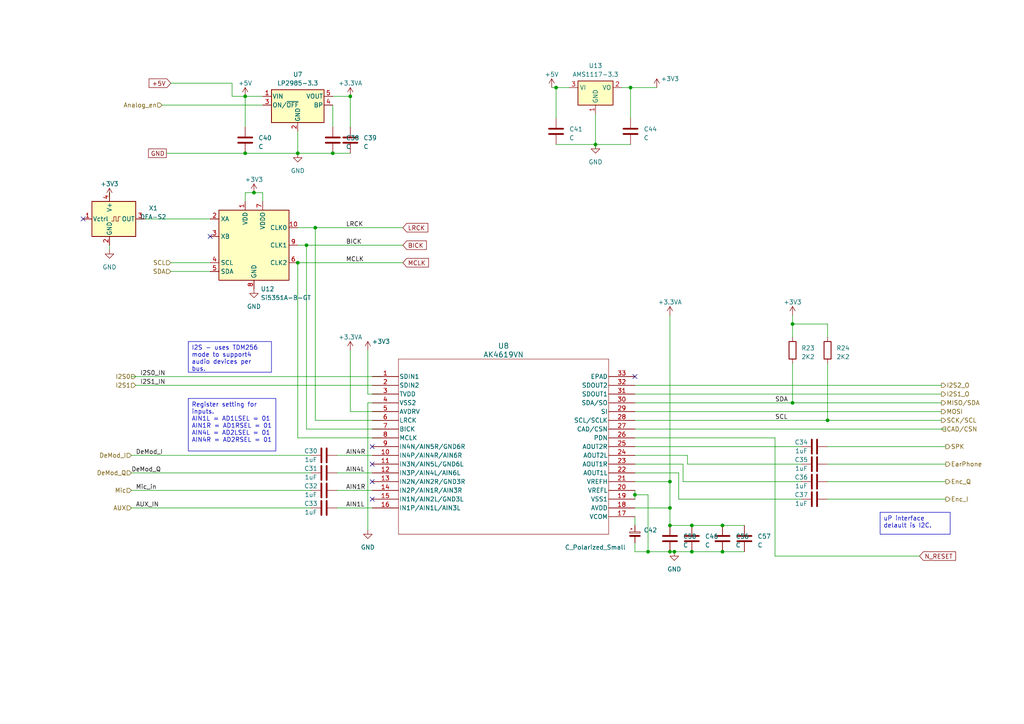
<source format=kicad_sch>
(kicad_sch (version 20230121) (generator eeschema)
  (paper "A4")
  (lib_symbols
    (symbol "AK4619VN:AK4619VN" (pin_names (offset 0.254))
      (property "Reference" "U" (at 38.1 10.16 0))
      (property "Value" "AK4619VN" (at 38.1 7.62 0))
      (symbol "AK4619VN_0_1"
        (polyline (pts (xy 7.62 -45.72) (xy 68.58 -45.72)) (stroke (width 0.127)))
        (polyline (pts (xy 7.62 5.08) (xy 7.62 -45.72)) (stroke (width 0.127)))
        (polyline (pts (xy 68.58 -45.72) (xy 68.58 5.08)) (stroke (width 0.127)))
        (polyline (pts (xy 68.58 5.08) (xy 7.62 5.08)) (stroke (width 0.127)))
        (pin unspecified line (at 0 0 0) (length 7.62) (name "SDIN1") (number "1"))
        (pin unspecified line (at 0 -22.86 0) (length 7.62) (name "IN4P/AIN4R/AIN6R") (number "10"))
        (pin unspecified line (at 0 -25.4 0) (length 7.62) (name "IN3N/AIN5L/GND6L") (number "11"))
        (pin unspecified line (at 0 -27.94 0) (length 7.62) (name "IN3P/AIN4L/AIN6L") (number "12"))
        (pin unspecified line (at 0 -30.48 0) (length 7.62) (name "IN2N/AIN2R/GND3R") (number "13"))
        (pin unspecified line (at 0 -33.02 0) (length 7.62) (name "IN2P/AIN1R/AIN3R") (number "14"))
        (pin unspecified line (at 0 -35.56 0) (length 7.62) (name "IN1N/AIN2L/GND3L") (number "15"))
        (pin unspecified line (at 0 -38.1 0) (length 7.62) (name "IN1P/AIN1L/AIN3L") (number "16"))
        (pin unspecified line (at 76.2 -40.64 180) (length 7.62) (name "VCOM") (number "17"))
        (pin unspecified line (at 76.2 -38.1 180) (length 7.62) (name "AVDD") (number "18"))
        (pin unspecified line (at 76.2 -35.56 180) (length 7.62) (name "VSS1") (number "19"))
        (pin unspecified line (at 0 -2.54 0) (length 7.62) (name "SDIN2") (number "2"))
        (pin unspecified line (at 76.2 -33.02 180) (length 7.62) (name "VREFL") (number "20"))
        (pin unspecified line (at 76.2 -30.48 180) (length 7.62) (name "VREFH") (number "21"))
        (pin unspecified line (at 76.2 -27.94 180) (length 7.62) (name "AOUT1L") (number "22"))
        (pin unspecified line (at 76.2 -25.4 180) (length 7.62) (name "AOUT1R") (number "23"))
        (pin unspecified line (at 76.2 -22.86 180) (length 7.62) (name "AOUT2L") (number "24"))
        (pin unspecified line (at 76.2 -20.32 180) (length 7.62) (name "AOUT2R") (number "25"))
        (pin unspecified line (at 76.2 -17.78 180) (length 7.62) (name "PDN") (number "26"))
        (pin unspecified line (at 76.2 -15.24 180) (length 7.62) (name "CAD/CSN") (number "27"))
        (pin unspecified line (at 76.2 -12.7 180) (length 7.62) (name "SCL/SCLK") (number "28"))
        (pin unspecified line (at 76.2 -10.16 180) (length 7.62) (name "SI") (number "29"))
        (pin unspecified line (at 0 -5.08 0) (length 7.62) (name "TVDD") (number "3"))
        (pin unspecified line (at 76.2 -7.62 180) (length 7.62) (name "SDA/SO") (number "30"))
        (pin unspecified line (at 76.2 -5.08 180) (length 7.62) (name "SDOUT1") (number "31"))
        (pin unspecified line (at 76.2 -2.54 180) (length 7.62) (name "SDOUT2") (number "32"))
        (pin unspecified line (at 76.2 0 180) (length 7.62) (name "EPAD") (number "33"))
        (pin unspecified line (at 0 -7.62 0) (length 7.62) (name "VSS2") (number "4"))
        (pin unspecified line (at 0 -10.16 0) (length 7.62) (name "AVDRV") (number "5"))
        (pin unspecified line (at 0 -12.7 0) (length 7.62) (name "LRCK") (number "6"))
        (pin unspecified line (at 0 -15.24 0) (length 7.62) (name "BICK") (number "7"))
        (pin unspecified line (at 0 -17.78 0) (length 7.62) (name "MCLK") (number "8"))
        (pin unspecified line (at 0 -20.32 0) (length 7.62) (name "IN4N/AIN5R/GND6R") (number "9"))
      )
    )
    (symbol "Device:C" (pin_numbers hide) (pin_names (offset 0.254))
      (property "Reference" "C" (at 0.635 2.54 0))
      (property "Value" "C" (at 0.635 -2.54 0))
      (symbol "C_0_1"
        (polyline (pts (xy -2.032 -0.762) (xy 2.032 -0.762)) (stroke (width 0.508)))
        (polyline (pts (xy -2.032 0.762) (xy 2.032 0.762)) (stroke (width 0.508)))
      )
      (symbol "C_1_1"
        (pin passive line (at 0 3.81 270) (length 2.794) (name "~") (number "1"))
        (pin passive line (at 0 -3.81 90) (length 2.794) (name "~") (number "2"))
      )
    )
    (symbol "Device:C_Polarized_Small" (pin_numbers hide) (pin_names (offset 0.254) hide)
      (property "Reference" "C" (at 0.254 1.778 0))
      (property "Value" "C_Polarized_Small" (at 0.254 -2.032 0))
      (symbol "C_Polarized_Small_0_1"
        (rectangle (start -1.524 -0.3048) (end 1.524 -0.6858) (fill (type outline)))
        (rectangle (start -1.524 0.6858) (end 1.524 0.3048))
        (polyline (pts (xy -1.27 1.524) (xy -0.762 1.524)))
        (polyline (pts (xy -1.016 1.27) (xy -1.016 1.778)))
      )
      (symbol "C_Polarized_Small_1_1"
        (pin passive line (at 0 2.54 270) (length 1.8542) (name "~") (number "1"))
        (pin passive line (at 0 -2.54 90) (length 1.8542) (name "~") (number "2"))
      )
    )
    (symbol "Device:R" (pin_numbers hide) (pin_names (offset 0))
      (property "Reference" "R" (at 2.032 0 90))
      (property "Value" "R" (at 0 0 90))
      (symbol "R_0_1"
        (rectangle (start -1.016 -2.54) (end 1.016 2.54) (stroke (width 0.254)))
      )
      (symbol "R_1_1"
        (pin passive line (at 0 3.81 270) (length 1.27) (name "~") (number "1"))
        (pin passive line (at 0 -3.81 90) (length 1.27) (name "~") (number "2"))
      )
    )
    (symbol "Oscillator:DFA-S2" (pin_names (offset 0.254))
      (property "Reference" "X" (at -5.08 6.35 0))
      (property "Value" "DFA-S2" (at 1.27 -6.35 0))
      (symbol "DFA-S2_0_1"
        (rectangle (start -5.08 5.08) (end 7.62 -5.08) (stroke (width 0.254)) (fill (type background)))
        (polyline (pts (xy 0.635 -0.635) (xy 1.27 -0.635) (xy 1.27 0.635) (xy 1.905 0.635) (xy 1.905 -0.635) (xy 2.54 -0.635) (xy 2.54 0.635) (xy 3.175 0.635)))
      )
      (symbol "DFA-S2_1_1"
        (pin input line (at -7.62 0 0) (length 2.54) (name "Vctrl") (number "1"))
        (pin power_in line (at 0 -7.62 90) (length 2.54) (name "GND") (number "2"))
        (pin output line (at 10.16 0 180) (length 2.54) (name "OUT") (number "3"))
        (pin power_in line (at 0 7.62 270) (length 2.54) (name "V+") (number "4"))
      )
    )
    (symbol "Oscillator:Si5351A-B-GT"
      (property "Reference" "U" (at -8.89 11.43 0))
      (property "Value" "Si5351A-B-GT" (at -12.7 -12.7 0))
      (symbol "Si5351A-B-GT_0_1"
        (rectangle (start -10.16 10.16) (end 10.16 -10.16) (stroke (width 0.254)) (fill (type background)))
      )
      (symbol "Si5351A-B-GT_1_1"
        (pin power_in line (at -2.54 12.7 270) (length 2.54) (name "VDD") (number "1"))
        (pin output line (at 12.7 5.08 180) (length 2.54) (name "CLK0") (number "10"))
        (pin input line (at -12.7 7.62 0) (length 2.54) (name "XA") (number "2"))
        (pin input line (at -12.7 2.54 0) (length 2.54) (name "XB") (number "3"))
        (pin input line (at -12.7 -5.08 0) (length 2.54) (name "SCL") (number "4"))
        (pin bidirectional line (at -12.7 -7.62 0) (length 2.54) (name "SDA") (number "5"))
        (pin output line (at 12.7 -5.08 180) (length 2.54) (name "CLK2") (number "6"))
        (pin power_in line (at 2.54 12.7 270) (length 2.54) (name "VDDO") (number "7"))
        (pin power_in line (at 0 -12.7 90) (length 2.54) (name "GND") (number "8"))
        (pin output line (at 12.7 0 180) (length 2.54) (name "CLK1") (number "9"))
      )
    )
    (symbol "Regulator_Linear:AMS1117-3.3"
      (property "Reference" "U" (at -3.81 3.175 0))
      (property "Value" "AMS1117-3.3" (at 0 3.175 0))
      (symbol "AMS1117-3.3_0_1"
        (rectangle (start -5.08 -5.08) (end 5.08 1.905) (stroke (width 0.254)) (fill (type background)))
      )
      (symbol "AMS1117-3.3_1_1"
        (pin power_in line (at 0 -7.62 90) (length 2.54) (name "GND") (number "1"))
        (pin power_out line (at 7.62 0 180) (length 2.54) (name "VO") (number "2"))
        (pin power_in line (at -7.62 0 0) (length 2.54) (name "VI") (number "3"))
      )
    )
    (symbol "Regulator_Linear:LP2985-3.3" (pin_names (offset 0.254))
      (property "Reference" "U" (at -6.35 5.715 0))
      (property "Value" "LP2985-3.3" (at 0 5.715 0))
      (symbol "LP2985-3.3_0_1"
        (rectangle (start -7.62 -5.08) (end 7.62 4.445) (stroke (width 0.254)) (fill (type background)))
      )
      (symbol "LP2985-3.3_1_1"
        (pin power_in line (at -10.16 2.54 0) (length 2.54) (name "VIN") (number "1"))
        (pin power_in line (at 0 -7.62 90) (length 2.54) (name "GND") (number "2"))
        (pin input line (at -10.16 0 0) (length 2.54) (name "ON/~{OFF}") (number "3"))
        (pin input line (at 10.16 0 180) (length 2.54) (name "BP") (number "4"))
        (pin power_out line (at 10.16 2.54 180) (length 2.54) (name "VOUT") (number "5"))
      )
    )
    (symbol "power:+3.3VA" (power) (pin_names (offset 0))
      (property "Value" "+3.3VA" (at 0 3.556 0))
      (symbol "+3.3VA_0_1"
        (polyline (pts (xy -0.762 1.27) (xy 0 2.54)))
        (polyline (pts (xy 0 0) (xy 0 2.54)))
        (polyline (pts (xy 0 2.54) (xy 0.762 1.27)))
      )
      (symbol "+3.3VA_1_1"
        (pin power_in line (at 0 0 90) (length 0) hide (name "+3.3VA") (number "1"))
      )
    )
    (symbol "power:+3V3" (power) (pin_names (offset 0))
      (property "Value" "+3V3" (at 0 3.556 0))
      (symbol "+3V3_0_1"
        (polyline (pts (xy -0.762 1.27) (xy 0 2.54)))
        (polyline (pts (xy 0 0) (xy 0 2.54)))
        (polyline (pts (xy 0 2.54) (xy 0.762 1.27)))
      )
      (symbol "+3V3_1_1"
        (pin power_in line (at 0 0 90) (length 0) hide (name "+3V3") (number "1"))
      )
    )
    (symbol "power:+5V" (power) (pin_names (offset 0))
      (property "Value" "+5V" (at 0 3.556 0))
      (symbol "+5V_0_1"
        (polyline (pts (xy -0.762 1.27) (xy 0 2.54)))
        (polyline (pts (xy 0 0) (xy 0 2.54)))
        (polyline (pts (xy 0 2.54) (xy 0.762 1.27)))
      )
      (symbol "+5V_1_1"
        (pin power_in line (at 0 0 90) (length 0) hide (name "+5V") (number "1"))
      )
    )
    (symbol "power:GND" (power) (pin_names (offset 0))
      (property "Value" "GND" (at 0 -3.81 0))
      (symbol "GND_0_1"
        (polyline (pts (xy 0 0) (xy 0 -1.27) (xy 1.27 -1.27) (xy 0 -2.54) (xy -1.27 -1.27) (xy 0 -1.27)))
      )
      (symbol "GND_1_1"
        (pin power_in line (at 0 0 270) (length 0) hide (name "GND") (number "1"))
      )
    )
  )
  (junction (at 194.31 152.4))
  (junction (at 71.12 27.94))
  (junction (at 86.36 44.45))
  (junction (at 195.58 160.02))
  (junction (at 194.31 147.32))
  (junction (at 182.88 25.4))
  (junction (at 101.6 27.94))
  (junction (at 96.52 44.45))
  (junction (at 200.66 160.02))
  (junction (at 71.12 44.45))
  (junction (at 73.66 55.88))
  (junction (at 240.03 121.92))
  (junction (at 209.55 160.02))
  (junction (at 88.9 71.12))
  (junction (at 161.29 25.4))
  (junction (at 91.44 66.04))
  (junction (at 229.87 93.98))
  (junction (at 229.87 116.84))
  (junction (at 187.96 160.02))
  (junction (at 194.31 139.7))
  (junction (at 209.55 152.4))
  (junction (at 200.66 152.4))
  (junction (at 194.31 160.02))
  (junction (at 86.36 76.2))
  (junction (at 184.15 143.51))
  (junction (at 172.72 41.91))
  (no_connect (at 184.15 109.22))
  (no_connect (at 107.95 129.54))
  (no_connect (at 24.13 63.5))
  (no_connect (at 60.96 68.58))
  (no_connect (at 107.95 139.7))
  (no_connect (at 107.95 134.62))
  (no_connect (at 107.95 144.78))
  (wire (pts (xy 184.15 129.54) (xy 232.41 129.54)))
  (wire (pts (xy 198.12 134.62) (xy 198.12 139.7)))
  (wire (pts (xy 184.15 127) (xy 224.79 127)))
  (wire (pts (xy 184.15 149.86) (xy 184.15 152.4)))
  (wire (pts (xy 161.29 25.4) (xy 161.29 34.29)))
  (wire (pts (xy 184.15 121.92) (xy 240.03 121.92)))
  (wire (pts (xy 101.6 27.94) (xy 101.6 36.83)))
  (wire (pts (xy 172.72 33.02) (xy 172.72 41.91)))
  (wire (pts (xy 71.12 27.94) (xy 71.12 36.83)))
  (wire (pts (xy 184.15 134.62) (xy 198.12 134.62)))
  (wire (pts (xy 200.66 152.4) (xy 209.55 152.4)))
  (wire (pts (xy 187.96 160.02) (xy 194.31 160.02)))
  (wire (pts (xy 97.79 132.08) (xy 107.95 132.08)))
  (wire (pts (xy 88.9 124.46) (xy 110.49 124.46)))
  (wire (pts (xy 240.03 105.41) (xy 240.03 121.92)))
  (wire (pts (xy 161.29 41.91) (xy 172.72 41.91)))
  (wire (pts (xy 182.88 25.4) (xy 182.88 34.29)))
  (wire (pts (xy 41.91 63.5) (xy 60.96 63.5)))
  (wire (pts (xy 194.31 147.32) (xy 194.31 152.4)))
  (wire (pts (xy 224.79 127) (xy 224.79 161.29)))
  (wire (pts (xy 200.66 160.02) (xy 209.55 160.02)))
  (wire (pts (xy 106.68 116.84) (xy 106.68 153.67)))
  (wire (pts (xy 184.15 143.51) (xy 184.15 144.78)))
  (wire (pts (xy 73.66 55.88) (xy 76.2 55.88)))
  (wire (pts (xy 194.31 152.4) (xy 200.66 152.4)))
  (wire (pts (xy 86.36 44.45) (xy 96.52 44.45)))
  (wire (pts (xy 196.85 144.78) (xy 232.41 144.78)))
  (wire (pts (xy 96.52 44.45) (xy 101.6 44.45)))
  (wire (pts (xy 240.03 144.78) (xy 274.32 144.78)))
  (wire (pts (xy 86.36 38.1) (xy 86.36 44.45)))
  (wire (pts (xy 199.39 134.62) (xy 232.41 134.62)))
  (wire (pts (xy 46.99 30.48) (xy 76.2 30.48)))
  (wire (pts (xy 88.9 71.12) (xy 116.84 71.12)))
  (wire (pts (xy 184.15 119.38) (xy 273.05 119.38)))
  (wire (pts (xy 240.03 97.79) (xy 240.03 93.98)))
  (wire (pts (xy 71.12 58.42) (xy 71.12 55.88)))
  (wire (pts (xy 31.75 71.12) (xy 31.75 72.39)))
  (wire (pts (xy 180.34 25.4) (xy 182.88 25.4)))
  (wire (pts (xy 49.53 76.2) (xy 60.96 76.2)))
  (wire (pts (xy 182.88 25.4) (xy 190.5 25.4)))
  (wire (pts (xy 184.15 142.24) (xy 184.15 143.51)))
  (wire (pts (xy 97.79 142.24) (xy 107.95 142.24)))
  (wire (pts (xy 101.6 119.38) (xy 101.6 101.6)))
  (wire (pts (xy 184.15 111.76) (xy 273.05 111.76)))
  (wire (pts (xy 161.29 25.4) (xy 160.02 25.4)))
  (wire (pts (xy 48.26 44.45) (xy 71.12 44.45)))
  (wire (pts (xy 96.52 30.48) (xy 96.52 36.83)))
  (wire (pts (xy 229.87 116.84) (xy 273.05 116.84)))
  (wire (pts (xy 194.31 160.02) (xy 195.58 160.02)))
  (wire (pts (xy 184.15 157.48) (xy 184.15 160.02)))
  (wire (pts (xy 67.31 27.94) (xy 71.12 27.94)))
  (wire (pts (xy 229.87 93.98) (xy 229.87 97.79)))
  (wire (pts (xy 195.58 160.02) (xy 200.66 160.02)))
  (wire (pts (xy 194.31 139.7) (xy 184.15 139.7)))
  (wire (pts (xy 86.36 66.04) (xy 91.44 66.04)))
  (wire (pts (xy 229.87 91.44) (xy 229.87 93.98)))
  (wire (pts (xy 38.1 147.32) (xy 90.17 147.32)))
  (wire (pts (xy 106.68 101.6) (xy 106.68 114.3)))
  (wire (pts (xy 198.12 139.7) (xy 232.41 139.7)))
  (wire (pts (xy 101.6 119.38) (xy 110.49 119.38)))
  (wire (pts (xy 86.36 76.2) (xy 116.84 76.2)))
  (wire (pts (xy 184.15 116.84) (xy 229.87 116.84)))
  (wire (pts (xy 184.15 143.51) (xy 187.96 143.51)))
  (wire (pts (xy 172.72 43.18) (xy 172.72 41.91)))
  (wire (pts (xy 184.15 124.46) (xy 274.32 124.46)))
  (wire (pts (xy 86.36 71.12) (xy 88.9 71.12)))
  (wire (pts (xy 184.15 132.08) (xy 199.39 132.08)))
  (wire (pts (xy 184.15 160.02) (xy 187.96 160.02)))
  (wire (pts (xy 97.79 137.16) (xy 107.95 137.16)))
  (wire (pts (xy 38.1 137.16) (xy 90.17 137.16)))
  (wire (pts (xy 49.53 78.74) (xy 60.96 78.74)))
  (wire (pts (xy 97.79 147.32) (xy 107.95 147.32)))
  (wire (pts (xy 49.53 24.13) (xy 67.31 24.13)))
  (wire (pts (xy 224.79 161.29) (xy 266.7 161.29)))
  (wire (pts (xy 165.1 25.4) (xy 161.29 25.4)))
  (wire (pts (xy 172.72 41.91) (xy 182.88 41.91)))
  (wire (pts (xy 240.03 121.92) (xy 273.05 121.92)))
  (wire (pts (xy 106.68 114.3) (xy 110.49 114.3)))
  (wire (pts (xy 38.1 132.08) (xy 90.17 132.08)))
  (wire (pts (xy 96.52 27.94) (xy 101.6 27.94)))
  (wire (pts (xy 229.87 105.41) (xy 229.87 116.84)))
  (wire (pts (xy 187.96 143.51) (xy 187.96 160.02)))
  (wire (pts (xy 91.44 121.92) (xy 110.49 121.92)))
  (wire (pts (xy 76.2 55.88) (xy 76.2 58.42)))
  (wire (pts (xy 67.31 24.13) (xy 67.31 27.94)))
  (wire (pts (xy 184.15 147.32) (xy 194.31 147.32)))
  (wire (pts (xy 86.36 127) (xy 110.49 127)))
  (wire (pts (xy 86.36 76.2) (xy 86.36 127)))
  (wire (pts (xy 91.44 66.04) (xy 91.44 121.92)))
  (wire (pts (xy 240.03 134.62) (xy 274.32 134.62)))
  (wire (pts (xy 209.55 160.02) (xy 215.9 160.02)))
  (wire (pts (xy 240.03 139.7) (xy 274.32 139.7)))
  (wire (pts (xy 240.03 129.54) (xy 274.32 129.54)))
  (wire (pts (xy 194.31 91.44) (xy 194.31 139.7)))
  (wire (pts (xy 184.15 114.3) (xy 273.05 114.3)))
  (wire (pts (xy 38.1 109.22) (xy 110.49 109.22)))
  (wire (pts (xy 199.39 134.62) (xy 199.39 132.08)))
  (wire (pts (xy 71.12 55.88) (xy 73.66 55.88)))
  (wire (pts (xy 39.37 111.76) (xy 110.49 111.76)))
  (wire (pts (xy 76.2 27.94) (xy 71.12 27.94)))
  (wire (pts (xy 91.44 66.04) (xy 116.84 66.04)))
  (wire (pts (xy 194.31 147.32) (xy 194.31 139.7)))
  (wire (pts (xy 240.03 93.98) (xy 229.87 93.98)))
  (wire (pts (xy 71.12 44.45) (xy 86.36 44.45)))
  (wire (pts (xy 38.1 142.24) (xy 90.17 142.24)))
  (wire (pts (xy 106.68 116.84) (xy 110.49 116.84)))
  (wire (pts (xy 88.9 71.12) (xy 88.9 124.46)))
  (wire (pts (xy 31.75 55.88) (xy 31.75 57.15)))
  (wire (pts (xy 209.55 152.4) (xy 215.9 152.4)))
  (wire (pts (xy 196.85 137.16) (xy 196.85 144.78)))
  (wire (pts (xy 184.15 137.16) (xy 196.85 137.16)))
  (text_box "I2S - uses TDM256 mode to support4 audio devices per bus." (at 54.61 99.06 0) (size 24.13 8.89) (effects (font (size 1.27 1.27)) (justify left top)))
  (text_box "Register setting for inputs.\nAIN1L = AD1LSEL = 01\nAIN1R = AD1RSEL = 01\nAIN4L = AD2LSEL = 01\nAIN4R = AD2RSEL = 01" (at 54.61 115.57 0) (size 25.4 15.24) (effects (font (size 1.27 1.27)) (justify left top)))
  (text_box "uP interface delault is I2C." (at 255.27 148.59 0) (size 20.32 6.35) (effects (font (size 1.27 1.27)) (justify left top)))
  (label "I2S0_IN" (at 40.64 109.22 0))
  (label "AIN4R" (at 100.33 132.08 0))
  (label "SDA" (at 224.79 116.84 0))
  (label "LRCK" (at 100.33 66.04 0))
  (label "AIN4L" (at 100.33 137.16 0))
  (label "MCLK" (at 100.33 76.2 0))
  (label "Mic_in" (at 39.37 142.24 0))
  (label "DeMod_Q" (at 38.1 137.16 0))
  (label "AUX_IN" (at 39.37 147.32 0))
  (label "DeMod_I" (at 39.37 132.08 0))
  (label "SCL" (at 224.79 121.92 0))
  (label "AIN1L" (at 100.33 147.32 0))
  (label "BICK" (at 100.33 71.12 0))
  (label "I2S1_IN" (at 40.64 111.76 0))
  (label "AIN1R" (at 100.33 142.24 0))
  (global_label "MCLK" (shape input) (at 116.84 76.2 0) (property "Intersheetrefs" "${INTERSHEET_REFS}" (effects hide)))
  (global_label "+5V" (shape input) (at 49.53 24.13 180) (property "Intersheetrefs" "${INTERSHEET_REFS}" (effects hide)))
  (global_label "BICK" (shape input) (at 116.84 71.12 0) (property "Intersheetrefs" "${INTERSHEET_REFS}" (effects hide)))
  (global_label "LRCK" (shape input) (at 116.84 66.04 0) (property "Intersheetrefs" "${INTERSHEET_REFS}" (effects hide)))
  (global_label "N_RESET" (shape input) (at 266.7 161.29 0) (property "Intersheetrefs" "${INTERSHEET_REFS}" (effects hide)))
  (global_label "GND" (shape passive) (at 48.26 44.45 180) (property "Intersheetrefs" "${INTERSHEET_REFS}" (effects hide)))
  (hierarchical_label "SCK{slash}SCL" (shape output) (at 273.05 121.92 0))
  (hierarchical_label "SDA" (shape input) (at 49.53 78.74 180))
  (hierarchical_label "Analog_en" (shape input) (at 46.99 30.48 180))
  (hierarchical_label "CAD{slash}CSN" (shape input) (at 273.05 124.46 0))
  (hierarchical_label "Enc_Q" (shape output) (at 274.32 139.7 0))
  (hierarchical_label "AUX" (shape input) (at 38.1 147.32 180))
  (hierarchical_label "I2S1" (shape input) (at 39.37 111.76 180))
  (hierarchical_label "I2S1_O" (shape output) (at 273.05 114.3 0))
  (hierarchical_label "MISO{slash}SDA" (shape output) (at 273.05 116.84 0))
  (hierarchical_label "DeMod_I" (shape input) (at 38.1 132.08 180))
  (hierarchical_label "I2S0" (shape input) (at 39.37 109.22 180))
  (hierarchical_label "SCL" (shape input) (at 49.53 76.2 180))
  (hierarchical_label "Mic" (shape input) (at 38.1 142.24 180))
  (hierarchical_label "I2S2_O" (shape output) (at 273.05 111.76 0))
  (hierarchical_label "DeMod_Q" (shape input) (at 38.1 137.16 180))
  (hierarchical_label "SPK" (shape output) (at 274.32 129.54 0))
  (hierarchical_label "Enc_I" (shape output) (at 274.32 144.78 0))
  (hierarchical_label "EarPhone" (shape output) (at 274.32 134.62 0))
  (hierarchical_label "MOSI" (shape output) (at 273.05 119.38 0))
  (symbol (lib_id "power:+3V3") (at 31.75 57.15 0) (unit 1)
    (property "Reference" "#PWR018" (effects hide))
    (property "Value" "+3V3" (at 31.75 53.34 0))
  )
  (symbol (lib_id "Device:C") (at 236.22 134.62 90) (unit 1)
    (property "Reference" "C35" (at 232.41 133.35 90))
    (property "Value" "1uF" (at 232.41 135.89 90))
  )
  (symbol (lib_id "Device:C") (at 93.98 142.24 90) (unit 1)
    (property "Reference" "C32" (at 90.17 140.97 90))
    (property "Value" "1uF" (at 90.17 143.51 90))
  )
  (symbol (lib_id "power:+3V3") (at 73.66 55.88 0) (unit 1)
    (property "Reference" "#PWR06" (effects hide))
    (property "Value" "+3V3" (at 73.66 52.07 0))
  )
  (symbol (lib_id "Device:C") (at 71.12 40.64 180) (unit 1)
    (property "Reference" "C40" (at 74.93 40.005 0) (effects (justify right)))
    (property "Value" "C" (at 74.93 42.545 0) (effects (justify right)))
  )
  (symbol (lib_id "power:+3V3") (at 229.87 91.44 0) (unit 1)
    (property "Reference" "#PWR02" (effects hide))
    (property "Value" "+3V3" (at 229.87 87.63 0))
  )
  (symbol (lib_id "power:+5V") (at 71.12 27.94 0) (unit 1)
    (property "Reference" "#PWR05" (effects hide))
    (property "Value" "+5V" (at 71.12 24.13 0))
  )
  (symbol (lib_id "Device:R") (at 229.87 101.6 0) (unit 1)
    (property "Reference" "R23" (at 232.41 100.965 0) (effects (justify left)))
    (property "Value" "2K2" (at 232.41 103.505 0) (effects (justify left)))
    (property "Footprint" "Resistor_SMD:R_0805_2012Metric_Pad1.20x1.40mm_HandSolder" (effects hide))
  )
  (symbol (lib_id "Device:C") (at 93.98 147.32 90) (unit 1)
    (property "Reference" "C33" (at 90.17 146.05 90))
    (property "Value" "1uF" (at 90.17 148.59 90))
  )
  (symbol (lib_id "Device:C") (at 236.22 144.78 90) (unit 1)
    (property "Reference" "C37" (at 232.41 143.51 90))
    (property "Value" "1uF" (at 232.41 146.05 90))
  )
  (symbol (lib_id "Device:C") (at 93.98 132.08 90) (unit 1)
    (property "Reference" "C30" (at 90.17 130.81 90))
    (property "Value" "1uF" (at 90.17 133.35 90))
  )
  (symbol (lib_id "Device:C") (at 236.22 129.54 90) (unit 1)
    (property "Reference" "C34" (at 232.41 128.27 90))
    (property "Value" "1uF" (at 232.41 130.81 90))
  )
  (symbol (lib_id "Device:C") (at 161.29 38.1 180) (unit 1)
    (property "Reference" "C41" (at 165.1 37.465 0) (effects (justify right)))
    (property "Value" "C" (at 165.1 40.005 0) (effects (justify right)))
  )
  (symbol (lib_id "power:GND") (at 195.58 160.02 0) (unit 1)
    (property "Reference" "#PWR016" (effects hide))
    (property "Value" "GND" (at 195.58 165.1 0))
  )
  (symbol (lib_id "Device:C") (at 200.66 156.21 0) (unit 1)
    (property "Reference" "C46" (at 204.47 155.575 0) (effects (justify left)))
    (property "Value" "C" (at 204.47 158.115 0) (effects (justify left)))
  )
  (symbol (lib_id "power:GND") (at 172.72 41.91 0) (unit 1)
    (property "Reference" "#PWR011" (effects hide))
    (property "Value" "GND" (at 172.72 46.99 0))
  )
  (symbol (lib_id "Oscillator:DFA-S2") (at 31.75 63.5 0) (unit 1)
    (property "Reference" "X1" (at 44.45 60.3759 0))
    (property "Value" "DFA-S2" (at 44.45 62.9159 0))
    (property "Footprint" "Oscillator:Oscillator_SMD_Fordahl_DFAS2-4Pin_7.3x5.1mm" (effects hide))
    (property "Datasheet" "http://www.metatech.com.hk/product/fordahl/pdf/2002%20TCXO%20Page%2043-58.pdf" (effects hide))
  )
  (symbol (lib_id "power:+3V3") (at 190.5 25.4 0) (unit 1)
    (property "Reference" "#PWR012" (effects hide))
    (property "Value" "+3V3" (at 194.31 22.86 0))
  )
  (symbol (lib_id "power:+3V3") (at 106.68 101.6 0) (unit 1)
    (property "Reference" "#PWR07" (effects hide))
    (property "Value" "+3V3" (at 110.49 99.06 0))
  )
  (symbol (lib_id "Device:C_Polarized_Small") (at 184.15 154.94 0) (unit 1)
    (property "Reference" "C42" (at 186.69 153.7589 0) (effects (justify left)))
    (property "Value" "C_Polarized_Small" (at 163.83 158.75 0) (effects (justify left)))
  )
  (symbol (lib_id "Device:R") (at 240.03 101.6 0) (unit 1)
    (property "Reference" "R24" (at 242.57 100.965 0) (effects (justify left)))
    (property "Value" "2K2" (at 242.57 103.505 0) (effects (justify left)))
    (property "Footprint" "Resistor_SMD:R_0805_2012Metric_Pad1.20x1.40mm_HandSolder" (effects hide))
  )
  (symbol (lib_id "power:+3.3VA") (at 101.6 101.6 0) (unit 1)
    (property "Reference" "#PWR013" (effects hide))
    (property "Value" "+3.3VA" (at 101.6 97.79 0))
  )
  (symbol (lib_id "Device:C") (at 182.88 38.1 180) (unit 1)
    (property "Reference" "C44" (at 186.69 37.465 0) (effects (justify right)))
    (property "Value" "C" (at 186.69 40.005 0) (effects (justify right)))
  )
  (symbol (lib_id "power:GND") (at 73.66 83.82 0) (unit 1)
    (property "Reference" "#PWR08" (effects hide))
    (property "Value" "GND" (at 73.66 88.9 0))
  )
  (symbol (lib_id "Regulator_Linear:LP2985-3.3") (at 86.36 30.48 0) (unit 1)
    (property "Reference" "U7" (at 86.36 21.59 0))
    (property "Value" "LP2985-3.3" (at 86.36 24.13 0))
    (property "Footprint" "Package_TO_SOT_SMD:SOT-23-5" (effects hide))
    (property "Datasheet" "http://www.ti.com/lit/ds/symlink/lp2985.pdf" (effects hide))
  )
  (symbol (lib_id "Oscillator:Si5351A-B-GT") (at 73.66 71.12 0) (unit 1)
    (property "Reference" "U12" (at 75.6159 83.82 0) (effects (justify left)))
    (property "Value" "Si5351A-B-GT" (at 75.6159 86.36 0) (effects (justify left)))
    (property "Footprint" "Package_SO:MSOP-10_3x3mm_P0.5mm" (effects hide))
    (property "Datasheet" "https://www.silabs.com/documents/public/data-sheets/Si5351-B.pdf" (effects hide))
  )
  (symbol (lib_id "power:GND") (at 106.68 153.67 0) (unit 1)
    (property "Reference" "#PWR014" (effects hide))
    (property "Value" "GND" (at 106.68 158.75 0))
  )
  (symbol (lib_id "power:+3.3VA") (at 194.31 91.44 0) (unit 1)
    (property "Reference" "#PWR015" (effects hide))
    (property "Value" "+3.3VA" (at 194.31 87.63 0))
  )
  (symbol (lib_id "power:GND") (at 31.75 72.39 0) (unit 1)
    (property "Reference" "#PWR017" (effects hide))
    (property "Value" "GND" (at 31.75 77.47 0))
  )
  (symbol (lib_id "Device:C") (at 215.9 156.21 0) (unit 1)
    (property "Reference" "C57" (at 219.71 155.575 0) (effects (justify left)))
    (property "Value" "C" (at 219.71 158.115 0) (effects (justify left)))
  )
  (symbol (lib_id "power:+5V") (at 160.02 25.4 0) (unit 1)
    (property "Reference" "#PWR09" (effects hide))
    (property "Value" "+5V" (at 160.02 21.59 0))
  )
  (symbol (lib_id "AK4619VN:AK4619VN") (at 107.95 109.22 0) (unit 1)
    (property "Reference" "U8" (at 146.05 100.33 0) (effects (font (size 1.524 1.524))))
    (property "Value" "AK4619VN" (at 146.05 102.87 0) (effects (font (size 1.524 1.524))))
    (property "Footprint" "AK4619VN_AKM" (effects hide))
    (property "Datasheet" "AK4619VN" (effects hide))
  )
  (symbol (lib_id "power:+3.3VA") (at 101.6 27.94 0) (unit 1)
    (property "Reference" "#PWR04" (effects hide))
    (property "Value" "+3.3VA" (at 101.6 24.13 0))
  )
  (symbol (lib_id "Device:C") (at 236.22 139.7 90) (unit 1)
    (property "Reference" "C36" (at 232.41 138.43 90))
    (property "Value" "1uF" (at 232.41 140.97 90))
  )
  (symbol (lib_id "Device:C") (at 101.6 40.64 180) (unit 1)
    (property "Reference" "C39" (at 105.41 40.005 0) (effects (justify right)))
    (property "Value" "C" (at 105.41 42.545 0) (effects (justify right)))
  )
  (symbol (lib_id "Device:C") (at 93.98 137.16 90) (unit 1)
    (property "Reference" "C31" (at 90.17 135.89 90))
    (property "Value" "1uF" (at 90.17 138.43 90))
  )
  (symbol (lib_id "power:GND") (at 86.36 44.45 0) (unit 1)
    (property "Reference" "#PWR03" (effects hide))
    (property "Value" "GND" (at 86.36 49.53 0))
  )
  (symbol (lib_id "Device:C") (at 96.52 40.64 180) (unit 1)
    (property "Reference" "C38" (at 100.33 40.005 0) (effects (justify right)))
    (property "Value" "C" (at 100.33 42.545 0) (effects (justify right)))
  )
  (symbol (lib_id "Device:C") (at 209.55 156.21 0) (unit 1)
    (property "Reference" "C56" (at 213.36 155.575 0) (effects (justify left)))
    (property "Value" "C" (at 213.36 158.115 0) (effects (justify left)))
  )
  (symbol (lib_id "Regulator_Linear:AMS1117-3.3") (at 172.72 25.4 0) (unit 1)
    (property "Reference" "U13" (at 172.72 19.05 0))
    (property "Value" "AMS1117-3.3" (at 172.72 21.59 0))
    (property "Footprint" "Package_TO_SOT_SMD:SOT-223-3_TabPin2" (effects hide))
    (property "Datasheet" "http://www.advanced-monolithic.com/pdf/ds1117.pdf" (effects hide))
  )
  (symbol (lib_id "Device:C") (at 194.31 156.21 0) (unit 1)
    (property "Reference" "C58" (at 198.12 155.575 0) (effects (justify left)))
    (property "Value" "C" (at 198.12 158.115 0) (effects (justify left)))
  )
)
</source>
